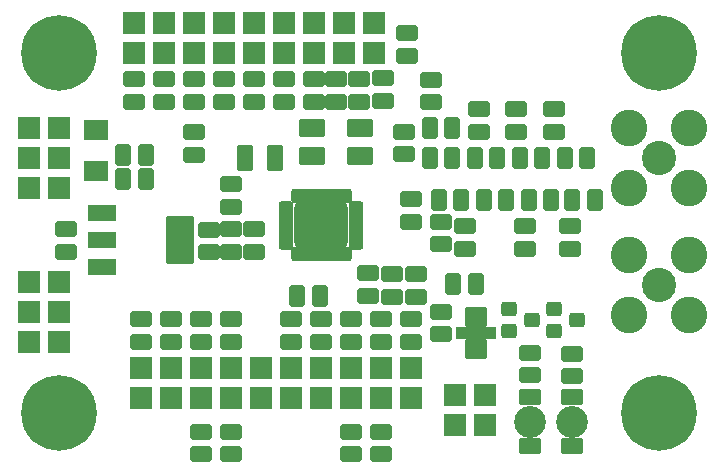
<source format=gbr>
%TF.GenerationSoftware,KiCad,Pcbnew,6.0.4-6f826c9f35~116~ubuntu20.04.1*%
%TF.CreationDate,2022-04-06T12:57:51+00:00*%
%TF.ProjectId,ISM01A,49534d30-3141-42e6-9b69-6361645f7063,REV*%
%TF.SameCoordinates,Original*%
%TF.FileFunction,Soldermask,Bot*%
%TF.FilePolarity,Negative*%
%FSLAX46Y46*%
G04 Gerber Fmt 4.6, Leading zero omitted, Abs format (unit mm)*
G04 Created by KiCad (PCBNEW 6.0.4-6f826c9f35~116~ubuntu20.04.1) date 2022-04-06 12:57:51*
%MOMM*%
%LPD*%
G01*
G04 APERTURE LIST*
G04 Aperture macros list*
%AMRoundRect*
0 Rectangle with rounded corners*
0 $1 Rounding radius*
0 $2 $3 $4 $5 $6 $7 $8 $9 X,Y pos of 4 corners*
0 Add a 4 corners polygon primitive as box body*
4,1,4,$2,$3,$4,$5,$6,$7,$8,$9,$2,$3,0*
0 Add four circle primitives for the rounded corners*
1,1,$1+$1,$2,$3*
1,1,$1+$1,$4,$5*
1,1,$1+$1,$6,$7*
1,1,$1+$1,$8,$9*
0 Add four rect primitives between the rounded corners*
20,1,$1+$1,$2,$3,$4,$5,0*
20,1,$1+$1,$4,$5,$6,$7,0*
20,1,$1+$1,$6,$7,$8,$9,0*
20,1,$1+$1,$8,$9,$2,$3,0*%
G04 Aperture macros list end*
%ADD10RoundRect,0.199999X0.762000X-0.762000X0.762000X0.762000X-0.762000X0.762000X-0.762000X-0.762000X0*%
%ADD11RoundRect,0.199999X0.762000X0.762000X-0.762000X0.762000X-0.762000X-0.762000X0.762000X-0.762000X0*%
%ADD12RoundRect,0.199999X-0.762000X-0.762000X0.762000X-0.762000X0.762000X0.762000X-0.762000X0.762000X0*%
%ADD13RoundRect,0.199999X-0.762000X0.762000X-0.762000X-0.762000X0.762000X-0.762000X0.762000X0.762000X0*%
%ADD14C,6.399998*%
%ADD15C,2.899998*%
%ADD16C,3.099998*%
%ADD17RoundRect,0.199999X0.698500X-0.444500X0.698500X0.444500X-0.698500X0.444500X-0.698500X-0.444500X0*%
%ADD18RoundRect,0.199999X1.016000X-0.508000X1.016000X0.508000X-1.016000X0.508000X-1.016000X-0.508000X0*%
%ADD19RoundRect,0.199999X1.016000X-1.828800X1.016000X1.828800X-1.016000X1.828800X-1.016000X-1.828800X0*%
%ADD20RoundRect,0.199999X-0.450000X-0.400000X0.450000X-0.400000X0.450000X0.400000X-0.450000X0.400000X0*%
%ADD21C,2.700000*%
%ADD22RoundRect,0.199999X0.750000X-0.475000X0.750000X0.475000X-0.750000X0.475000X-0.750000X-0.475000X0*%
%ADD23RoundRect,0.199999X-0.698500X0.444500X-0.698500X-0.444500X0.698500X-0.444500X0.698500X0.444500X0*%
%ADD24RoundRect,0.199999X-0.444500X-0.698500X0.444500X-0.698500X0.444500X0.698500X-0.444500X0.698500X0*%
%ADD25RoundRect,0.199999X-0.750000X0.650000X-0.750000X-0.650000X0.750000X-0.650000X0.750000X0.650000X0*%
%ADD26RoundRect,0.199999X-1.500000X0.350000X-1.500000X-0.350000X1.500000X-0.350000X1.500000X0.350000X0*%
%ADD27RoundRect,0.199999X0.850000X-0.650000X0.850000X0.650000X-0.850000X0.650000X-0.850000X-0.650000X0*%
%ADD28RoundRect,0.199999X0.444500X0.698500X-0.444500X0.698500X-0.444500X-0.698500X0.444500X-0.698500X0*%
%ADD29RoundRect,0.199999X0.500000X0.900000X-0.500000X0.900000X-0.500000X-0.900000X0.500000X-0.900000X0*%
%ADD30RoundRect,0.199999X0.900000X0.600000X-0.900000X0.600000X-0.900000X-0.600000X0.900000X-0.600000X0*%
%ADD31RoundRect,0.262499X-0.062500X0.362500X-0.062500X-0.362500X0.062500X-0.362500X0.062500X0.362500X0*%
%ADD32RoundRect,0.262499X-0.362500X0.062500X-0.362500X-0.062500X0.362500X-0.062500X0.362500X0.062500X0*%
%ADD33RoundRect,0.449997X-1.800002X1.550002X-1.800002X-1.550002X1.800002X-1.550002X1.800002X1.550002X0*%
G04 APERTURE END LIST*
D10*
%TO.C,J17*%
X34925000Y6350000D03*
X34925000Y8890000D03*
%TD*%
D11*
%TO.C,J24*%
X41148000Y4064000D03*
X41148000Y6604000D03*
%TD*%
%TO.C,J25*%
X38608000Y4064000D03*
X38608000Y6604000D03*
%TD*%
D12*
%TO.C,J1*%
X2540000Y29210000D03*
X5080000Y29210000D03*
X2540000Y26670000D03*
X5080000Y26670000D03*
X2540000Y24130000D03*
X5080000Y24130000D03*
%TD*%
%TO.C,J4*%
X2540000Y16129000D03*
X5080000Y16129000D03*
X2540000Y13589000D03*
X5080000Y13589000D03*
X2540000Y11049000D03*
X5080000Y11049000D03*
%TD*%
D10*
%TO.C,J10*%
X24765000Y6350000D03*
X24765000Y8890000D03*
%TD*%
D13*
%TO.C,J11*%
X19685000Y8890000D03*
X19685000Y6350000D03*
%TD*%
D10*
%TO.C,J12*%
X17145000Y6350000D03*
X17145000Y8890000D03*
%TD*%
D13*
%TO.C,J13*%
X14605000Y8890000D03*
X14605000Y6350000D03*
%TD*%
%TO.C,J14*%
X12065000Y8890000D03*
X12065000Y6350000D03*
%TD*%
D10*
%TO.C,J19*%
X27305000Y6350000D03*
X27305000Y8890000D03*
%TD*%
%TO.C,J20*%
X32385000Y6350000D03*
X32385000Y8890000D03*
%TD*%
%TO.C,J21*%
X29845000Y6350000D03*
X29845000Y8890000D03*
%TD*%
D14*
%TO.C,M1*%
X5080000Y35560000D03*
%TD*%
%TO.C,M2*%
X55880000Y5080000D03*
%TD*%
%TO.C,M3*%
X5080000Y5080000D03*
%TD*%
%TO.C,M4*%
X55880000Y35560000D03*
%TD*%
D15*
%TO.C,J3*%
X55880000Y26670000D03*
D16*
X53340000Y29210000D03*
X58420000Y24130000D03*
X58420000Y29210000D03*
X53340000Y24130000D03*
%TD*%
D10*
%TO.C,J26*%
X22225000Y6350000D03*
X22225000Y8890000D03*
%TD*%
%TO.C,J8*%
X24130000Y35560000D03*
X24130000Y38100000D03*
%TD*%
%TO.C,J7*%
X21590000Y35560000D03*
X21590000Y38100000D03*
%TD*%
%TO.C,J6*%
X19050000Y35560000D03*
X19050000Y38100000D03*
%TD*%
%TO.C,J9*%
X26670000Y35560000D03*
X26670000Y38100000D03*
%TD*%
%TO.C,J18*%
X16510000Y35560000D03*
X16510000Y38100000D03*
%TD*%
%TO.C,J22*%
X29210000Y35560000D03*
X29210000Y38100000D03*
%TD*%
%TO.C,J16*%
X13970000Y35560000D03*
X13970000Y38100000D03*
%TD*%
%TO.C,J15*%
X11430000Y35560000D03*
X11430000Y38100000D03*
%TD*%
%TO.C,J23*%
X31750000Y35560000D03*
X31750000Y38100000D03*
%TD*%
D15*
%TO.C,J2*%
X55880000Y15875000D03*
D16*
X53340000Y18415000D03*
X58420000Y13335000D03*
X53340000Y13335000D03*
X58420000Y18415000D03*
%TD*%
D17*
%TO.C,R15*%
X27305000Y11112500D03*
X27305000Y13017500D03*
%TD*%
%TO.C,R17*%
X29845000Y11112500D03*
X29845000Y13017500D03*
%TD*%
D18*
%TO.C,U1*%
X8763000Y17399000D03*
X8763000Y19685000D03*
X8763000Y21971000D03*
D19*
X15367000Y19685000D03*
%TD*%
D20*
%TO.C,Q1*%
X47006000Y12004000D03*
X47006000Y13904000D03*
X49006000Y12954000D03*
%TD*%
D21*
%TO.C,D3*%
X44958000Y4318000D03*
D22*
X44958000Y6393000D03*
X44958000Y2243000D03*
%TD*%
D21*
%TO.C,D2*%
X48514000Y4318000D03*
D22*
X48514000Y6393000D03*
X48514000Y2243000D03*
%TD*%
D23*
%TO.C,R19*%
X32512000Y33401000D03*
X32512000Y31496000D03*
%TD*%
D20*
%TO.C,Q2*%
X43196000Y12004000D03*
X43196000Y13904000D03*
X45196000Y12954000D03*
%TD*%
D24*
%TO.C,C1*%
X10541000Y24892000D03*
X12446000Y24892000D03*
%TD*%
D23*
%TO.C,C3*%
X17780000Y20574000D03*
X17780000Y18669000D03*
%TD*%
%TO.C,C5*%
X5715000Y20637500D03*
X5715000Y18732500D03*
%TD*%
%TO.C,C14*%
X19685000Y20637500D03*
X19685000Y18732500D03*
%TD*%
%TO.C,C15*%
X33274000Y16827500D03*
X33274000Y14922500D03*
%TD*%
D17*
%TO.C,C16*%
X19685000Y22542500D03*
X19685000Y24447500D03*
%TD*%
D23*
%TO.C,C18*%
X21590000Y20637500D03*
X21590000Y18732500D03*
%TD*%
D25*
%TO.C,C21*%
X40386000Y13208000D03*
D26*
X40386000Y11858000D03*
D25*
X40386000Y10508000D03*
%TD*%
D23*
%TO.C,C22*%
X32385000Y3492500D03*
X32385000Y1587500D03*
%TD*%
%TO.C,C23*%
X29845000Y3492500D03*
X29845000Y1587500D03*
%TD*%
%TO.C,C27*%
X19685000Y3492500D03*
X19685000Y1587500D03*
%TD*%
%TO.C,C28*%
X17145000Y3492500D03*
X17145000Y1587500D03*
%TD*%
D27*
%TO.C,D1*%
X8255000Y25555000D03*
X8255000Y29055000D03*
%TD*%
D17*
%TO.C,L8*%
X37465000Y19367500D03*
X37465000Y21272500D03*
%TD*%
D28*
%TO.C,R1*%
X40386000Y16002000D03*
X38481000Y16002000D03*
%TD*%
D17*
%TO.C,R6*%
X24765000Y11112500D03*
X24765000Y13017500D03*
%TD*%
%TO.C,R7*%
X19685000Y11112500D03*
X19685000Y13017500D03*
%TD*%
%TO.C,R8*%
X17145000Y11112500D03*
X17145000Y13017500D03*
%TD*%
%TO.C,R9*%
X14605000Y11112500D03*
X14605000Y13017500D03*
%TD*%
%TO.C,R10*%
X12065000Y11112500D03*
X12065000Y13017500D03*
%TD*%
%TO.C,R13*%
X34925000Y11112500D03*
X34925000Y13017500D03*
%TD*%
%TO.C,R16*%
X32385000Y11112500D03*
X32385000Y13017500D03*
%TD*%
%TO.C,R20*%
X16510000Y26924000D03*
X16510000Y28829000D03*
%TD*%
D28*
%TO.C,R21*%
X27178000Y14986000D03*
X25273000Y14986000D03*
%TD*%
D17*
%TO.C,R22*%
X48514000Y8191500D03*
X48514000Y10096500D03*
%TD*%
%TO.C,R23*%
X44958000Y8255000D03*
X44958000Y10160000D03*
%TD*%
D23*
%TO.C,C20*%
X31242000Y16891000D03*
X31242000Y14986000D03*
%TD*%
%TO.C,C17*%
X35306000Y16827500D03*
X35306000Y14922500D03*
%TD*%
D24*
%TO.C,C2*%
X10541000Y26924000D03*
X12446000Y26924000D03*
%TD*%
D29*
%TO.C,Y1*%
X20868000Y26670000D03*
X23368000Y26670000D03*
%TD*%
D23*
%TO.C,R18*%
X28575000Y33337500D03*
X28575000Y31432500D03*
%TD*%
%TO.C,C25*%
X30480000Y33337500D03*
X30480000Y31432500D03*
%TD*%
D17*
%TO.C,C26*%
X34544000Y35306000D03*
X34544000Y37211000D03*
%TD*%
D23*
%TO.C,R5*%
X26670000Y33337500D03*
X26670000Y31432500D03*
%TD*%
%TO.C,R3*%
X21590000Y33337500D03*
X21590000Y31432500D03*
%TD*%
%TO.C,R4*%
X24130000Y33337500D03*
X24130000Y31432500D03*
%TD*%
%TO.C,R14*%
X16510000Y33337500D03*
X16510000Y31432500D03*
%TD*%
%TO.C,R2*%
X19050000Y33337500D03*
X19050000Y31432500D03*
%TD*%
%TO.C,R11*%
X11430000Y33337500D03*
X11430000Y31432500D03*
%TD*%
%TO.C,R12*%
X13970000Y33337500D03*
X13970000Y31432500D03*
%TD*%
D30*
%TO.C,Y2*%
X30575000Y26810000D03*
X26575000Y26810000D03*
X26575000Y29210000D03*
X30575000Y29210000D03*
%TD*%
D31*
%TO.C,U2*%
X25055000Y23405000D03*
X25555000Y23405000D03*
X26055000Y23405000D03*
X26555000Y23405000D03*
X27055000Y23405000D03*
X27555000Y23405000D03*
X28055000Y23405000D03*
X28555000Y23405000D03*
X29055000Y23405000D03*
X29555000Y23405000D03*
D32*
X30255000Y22705000D03*
X30255000Y22205000D03*
X30255000Y21705000D03*
X30255000Y21205000D03*
X30255000Y20705000D03*
X30255000Y20205000D03*
X30255000Y19705000D03*
X30255000Y19205000D03*
D31*
X29555000Y18505000D03*
X29055000Y18505000D03*
X28555000Y18505000D03*
X28055000Y18505000D03*
X27555000Y18505000D03*
X27055000Y18505000D03*
X26555000Y18505000D03*
X26055000Y18505000D03*
X25555000Y18505000D03*
X25055000Y18505000D03*
D32*
X24355000Y19205000D03*
X24355000Y19705000D03*
X24355000Y20205000D03*
X24355000Y20705000D03*
X24355000Y21205000D03*
X24355000Y21705000D03*
X24355000Y22205000D03*
X24355000Y22705000D03*
D33*
X27305000Y20955000D03*
%TD*%
D28*
%TO.C,L7*%
X39179500Y23088600D03*
X37274500Y23088600D03*
%TD*%
%TO.C,L6*%
X42227500Y26670000D03*
X40322500Y26670000D03*
%TD*%
%TO.C,L9*%
X38417500Y29210000D03*
X36512500Y29210000D03*
%TD*%
%TO.C,L5*%
X42989500Y23088600D03*
X41084500Y23088600D03*
%TD*%
D23*
%TO.C,L10*%
X34290000Y28892500D03*
X34290000Y26987500D03*
%TD*%
%TO.C,C7*%
X44577000Y20866100D03*
X44577000Y18961100D03*
%TD*%
%TO.C,C9*%
X39497000Y20866100D03*
X39497000Y18961100D03*
%TD*%
D17*
%TO.C,C13*%
X36576000Y31369000D03*
X36576000Y33274000D03*
%TD*%
%TO.C,C10*%
X40640000Y28892500D03*
X40640000Y30797500D03*
%TD*%
%TO.C,C11*%
X34925000Y21272500D03*
X34925000Y23177500D03*
%TD*%
D23*
%TO.C,C4*%
X48387000Y20866100D03*
X48387000Y18961100D03*
%TD*%
D24*
%TO.C,C12*%
X36512500Y26670000D03*
X38417500Y26670000D03*
%TD*%
D17*
%TO.C,C6*%
X46990000Y28892500D03*
X46990000Y30797500D03*
%TD*%
%TO.C,C8*%
X43815000Y28892500D03*
X43815000Y30797500D03*
%TD*%
D28*
%TO.C,L3*%
X46799500Y23088600D03*
X44894500Y23088600D03*
%TD*%
%TO.C,L4*%
X46037500Y26670000D03*
X44132500Y26670000D03*
%TD*%
%TO.C,L1*%
X50482500Y23114000D03*
X48577500Y23114000D03*
%TD*%
%TO.C,L2*%
X49847500Y26670000D03*
X47942500Y26670000D03*
%TD*%
D23*
%TO.C,C19*%
X37465000Y13652500D03*
X37465000Y11747500D03*
%TD*%
M02*

</source>
